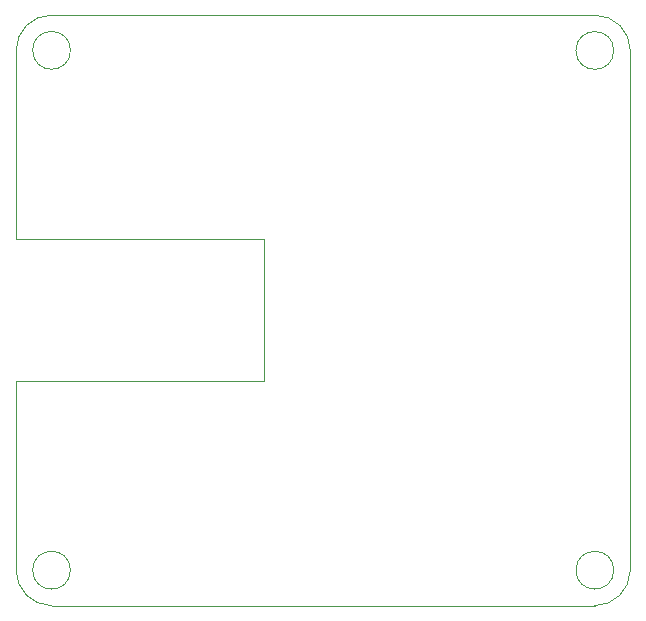
<source format=gm1>
%TF.GenerationSoftware,KiCad,Pcbnew,7.0.10*%
%TF.CreationDate,2024-01-30T15:37:57+11:00*%
%TF.ProjectId,RP2040-TestPatternGenerator,52503230-3430-42d5-9465-737450617474,rev?*%
%TF.SameCoordinates,Original*%
%TF.FileFunction,Profile,NP*%
%FSLAX46Y46*%
G04 Gerber Fmt 4.6, Leading zero omitted, Abs format (unit mm)*
G04 Created by KiCad (PCBNEW 7.0.10) date 2024-01-30 15:37:57*
%MOMM*%
%LPD*%
G01*
G04 APERTURE LIST*
%TA.AperFunction,Profile*%
%ADD10C,0.100000*%
%TD*%
%TA.AperFunction,Profile*%
%ADD11C,0.120000*%
%TD*%
G04 APERTURE END LIST*
D10*
X117000000Y-79979000D02*
X117000000Y-79000000D01*
X117000000Y-91979000D02*
X117000000Y-93000000D01*
X117000000Y-108000000D02*
X117000000Y-93000000D01*
X117000000Y-108000000D02*
G75*
G03*
X120000000Y-111000000I3000000J0D01*
G01*
X166000000Y-111000000D02*
G75*
G03*
X169000000Y-108000000I0J3000000D01*
G01*
X166000000Y-111000000D02*
X120000000Y-111000000D01*
X120000000Y-61000000D02*
G75*
G03*
X117000000Y-64000000I0J-3000000D01*
G01*
X117000000Y-79000000D02*
X117000000Y-64000000D01*
X169000000Y-64000000D02*
G75*
G03*
X166000000Y-61000000I-3000000J0D01*
G01*
X169000000Y-64000000D02*
X169000000Y-108000000D01*
X120000000Y-61000000D02*
X166000000Y-61000000D01*
X167600000Y-64000000D02*
G75*
G03*
X164400000Y-64000000I-1600000J0D01*
G01*
X164400000Y-64000000D02*
G75*
G03*
X167600000Y-64000000I1600000J0D01*
G01*
X167600000Y-108000000D02*
G75*
G03*
X164400000Y-108000000I-1600000J0D01*
G01*
X164400000Y-108000000D02*
G75*
G03*
X167600000Y-108000000I1600000J0D01*
G01*
X121600000Y-63984000D02*
G75*
G03*
X118400000Y-63984000I-1600000J0D01*
G01*
X118400000Y-63984000D02*
G75*
G03*
X121600000Y-63984000I1600000J0D01*
G01*
X121600000Y-108000000D02*
G75*
G03*
X118400000Y-108000000I-1600000J0D01*
G01*
X118400000Y-108000000D02*
G75*
G03*
X121600000Y-108000000I1600000J0D01*
G01*
D11*
%TO.C,U1*%
X138000000Y-91979000D02*
X117000000Y-91979000D01*
X117000000Y-79979000D02*
X138000000Y-79979000D01*
X138000000Y-79979000D02*
X138000000Y-91979000D01*
%TD*%
M02*

</source>
